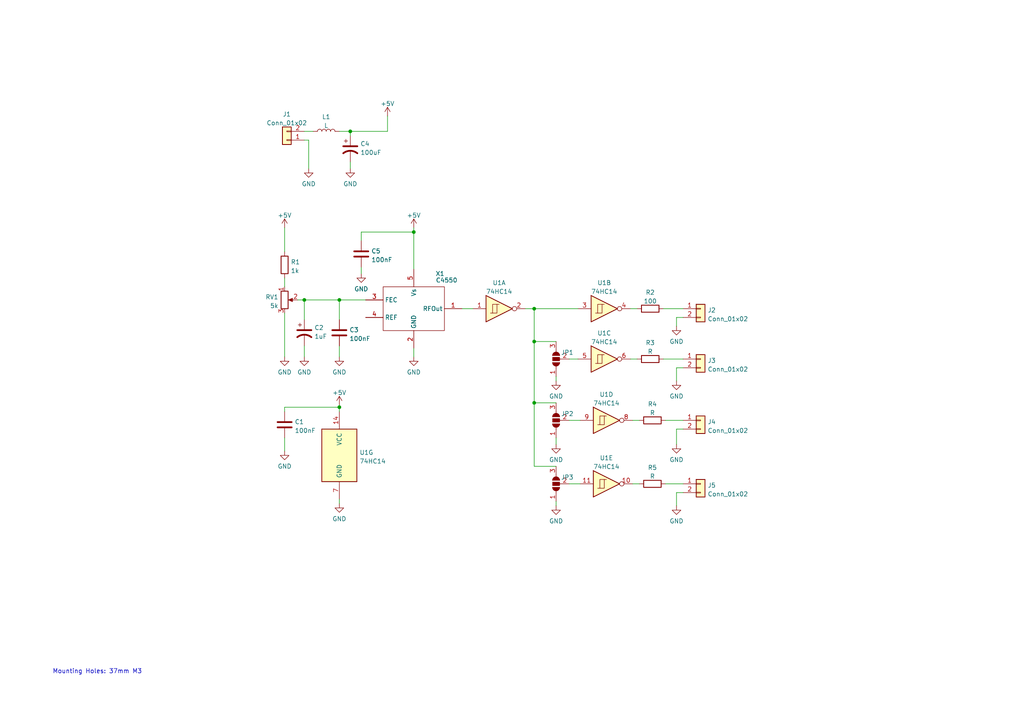
<source format=kicad_sch>
(kicad_sch (version 20211123) (generator eeschema)
  (paper "A4")
  (lib_symbols
    (symbol "74xx:74HC14" (pin_names (offset 1.016))
      (property "Reference" "U" (at 0 1.27 0))
      (property "Value" "74HC14" (at 0 -1.27 0))
      (symbol "74HC14_1_0"
        (polyline (pts (xy -3.81 3.81) (xy -3.81 -3.81) (xy 3.81 0) (xy -3.81 3.81)) (stroke (width 0.254)) (fill (type background)))
        (pin input line (at -7.62 0 0) (length 3.81) (name "~") (number "1"))
        (pin output inverted (at 7.62 0 180) (length 3.81) (name "~") (number "2"))
      )
      (symbol "74HC14_1_1"
        (polyline (pts (xy -1.905 -1.27) (xy -1.905 1.27) (xy -0.635 1.27)))
        (polyline (pts (xy -2.54 -1.27) (xy -0.635 -1.27) (xy -0.635 1.27) (xy 0 1.27)))
      )
      (symbol "74HC14_2_0"
        (polyline (pts (xy -3.81 3.81) (xy -3.81 -3.81) (xy 3.81 0) (xy -3.81 3.81)) (stroke (width 0.254)) (fill (type background)))
        (pin input line (at -7.62 0 0) (length 3.81) (name "~") (number "3"))
        (pin output inverted (at 7.62 0 180) (length 3.81) (name "~") (number "4"))
      )
      (symbol "74HC14_2_1"
        (polyline (pts (xy -1.905 -1.27) (xy -1.905 1.27) (xy -0.635 1.27)))
        (polyline (pts (xy -2.54 -1.27) (xy -0.635 -1.27) (xy -0.635 1.27) (xy 0 1.27)))
      )
      (symbol "74HC14_3_0"
        (polyline (pts (xy -3.81 3.81) (xy -3.81 -3.81) (xy 3.81 0) (xy -3.81 3.81)) (stroke (width 0.254)) (fill (type background)))
        (pin input line (at -7.62 0 0) (length 3.81) (name "~") (number "5"))
        (pin output inverted (at 7.62 0 180) (length 3.81) (name "~") (number "6"))
      )
      (symbol "74HC14_3_1"
        (polyline (pts (xy -1.905 -1.27) (xy -1.905 1.27) (xy -0.635 1.27)))
        (polyline (pts (xy -2.54 -1.27) (xy -0.635 -1.27) (xy -0.635 1.27) (xy 0 1.27)))
      )
      (symbol "74HC14_4_0"
        (polyline (pts (xy -3.81 3.81) (xy -3.81 -3.81) (xy 3.81 0) (xy -3.81 3.81)) (stroke (width 0.254)) (fill (type background)))
        (pin output inverted (at 7.62 0 180) (length 3.81) (name "~") (number "8"))
        (pin input line (at -7.62 0 0) (length 3.81) (name "~") (number "9"))
      )
      (symbol "74HC14_4_1"
        (polyline (pts (xy -1.905 -1.27) (xy -1.905 1.27) (xy -0.635 1.27)))
        (polyline (pts (xy -2.54 -1.27) (xy -0.635 -1.27) (xy -0.635 1.27) (xy 0 1.27)))
      )
      (symbol "74HC14_5_0"
        (polyline (pts (xy -3.81 3.81) (xy -3.81 -3.81) (xy 3.81 0) (xy -3.81 3.81)) (stroke (width 0.254)) (fill (type background)))
        (pin output inverted (at 7.62 0 180) (length 3.81) (name "~") (number "10"))
        (pin input line (at -7.62 0 0) (length 3.81) (name "~") (number "11"))
      )
      (symbol "74HC14_5_1"
        (polyline (pts (xy -1.905 -1.27) (xy -1.905 1.27) (xy -0.635 1.27)))
        (polyline (pts (xy -2.54 -1.27) (xy -0.635 -1.27) (xy -0.635 1.27) (xy 0 1.27)))
      )
      (symbol "74HC14_6_0"
        (polyline (pts (xy -3.81 3.81) (xy -3.81 -3.81) (xy 3.81 0) (xy -3.81 3.81)) (stroke (width 0.254)) (fill (type background)))
        (pin output inverted (at 7.62 0 180) (length 3.81) (name "~") (number "12"))
        (pin input line (at -7.62 0 0) (length 3.81) (name "~") (number "13"))
      )
      (symbol "74HC14_6_1"
        (polyline (pts (xy -1.905 -1.27) (xy -1.905 1.27) (xy -0.635 1.27)))
        (polyline (pts (xy -2.54 -1.27) (xy -0.635 -1.27) (xy -0.635 1.27) (xy 0 1.27)))
      )
      (symbol "74HC14_7_0"
        (pin power_in line (at 0 12.7 270) (length 5.08) (name "VCC") (number "14"))
        (pin power_in line (at 0 -12.7 90) (length 5.08) (name "GND") (number "7"))
      )
      (symbol "74HC14_7_1"
        (rectangle (start -5.08 7.62) (end 5.08 -7.62) (stroke (width 0.254)) (fill (type background)))
      )
    )
    (symbol "C4550:C4550"
      (property "Reference" "X" (at 5.08 11.43 0))
      (property "Value" "C4550" (at 7.62 8.89 0))
      (symbol "C4550_0_1"
        (rectangle (start -8.89 6.35) (end 8.89 -6.35) (stroke (width 0.1524)))
      )
      (symbol "C4550_1_1"
        (pin output line (at 13.97 0 180) (length 5.08) (name "RFOut") (number "1"))
        (pin input line (at 0 -11.43 90) (length 5.08) (name "GND") (number "2"))
        (pin output line (at -13.97 2.54 0) (length 5.08) (name "FEC") (number "3"))
        (pin output line (at -13.97 -2.54 0) (length 5.08) (name "REF") (number "4"))
        (pin output line (at 0 11.43 270) (length 5.08) (name "Vs") (number "5"))
      )
    )
    (symbol "Connector_Generic:Conn_01x02" (pin_names (offset 1.016) hide)
      (property "Reference" "J" (at 0 2.54 0))
      (property "Value" "Conn_01x02" (at 0 -5.08 0))
      (symbol "Conn_01x02_1_1"
        (rectangle (start -1.27 -2.413) (end 0 -2.667) (stroke (width 0.1524)))
        (rectangle (start -1.27 0.127) (end 0 -0.127) (stroke (width 0.1524)))
        (rectangle (start -1.27 1.27) (end 1.27 -3.81) (stroke (width 0.254)) (fill (type background)))
        (pin passive line (at -5.08 0 0) (length 3.81) (name "Pin_1") (number "1"))
        (pin passive line (at -5.08 -2.54 0) (length 3.81) (name "Pin_2") (number "2"))
      )
    )
    (symbol "Device:C" (pin_numbers hide) (pin_names (offset 0.254))
      (property "Reference" "C" (at 0.635 2.54 0))
      (property "Value" "C" (at 0.635 -2.54 0))
      (symbol "C_0_1"
        (polyline (pts (xy -2.032 -0.762) (xy 2.032 -0.762)) (stroke (width 0.508)))
        (polyline (pts (xy -2.032 0.762) (xy 2.032 0.762)) (stroke (width 0.508)))
      )
      (symbol "C_1_1"
        (pin passive line (at 0 3.81 270) (length 2.794) (name "~") (number "1"))
        (pin passive line (at 0 -3.81 90) (length 2.794) (name "~") (number "2"))
      )
    )
    (symbol "Device:C_Polarized_US" (pin_numbers hide) (pin_names (offset 0.254) hide)
      (property "Reference" "C" (at 0.635 2.54 0))
      (property "Value" "C_Polarized_US" (at 0.635 -2.54 0))
      (symbol "C_Polarized_US_0_1"
        (polyline (pts (xy -2.032 0.762) (xy 2.032 0.762)) (stroke (width 0.508)))
        (polyline (pts (xy -1.778 2.286) (xy -0.762 2.286)))
        (polyline (pts (xy -1.27 1.778) (xy -1.27 2.794)))
        (arc (start 2.032 -1.27) (mid 0 -0.5572) (end -2.032 -1.27) (stroke (width 0.508)))
      )
      (symbol "C_Polarized_US_1_1"
        (pin passive line (at 0 3.81 270) (length 2.794) (name "~") (number "1"))
        (pin passive line (at 0 -3.81 90) (length 3.302) (name "~") (number "2"))
      )
    )
    (symbol "Device:L" (pin_numbers hide) (pin_names (offset 1.016) hide)
      (property "Reference" "L" (at -1.27 0 90))
      (property "Value" "L" (at 1.905 0 90))
      (symbol "L_0_1"
        (arc (start 0 -2.54) (mid 0.635 -1.905) (end 0 -1.27))
        (arc (start 0 -1.27) (mid 0.635 -0.635) (end 0 0))
        (arc (start 0 0) (mid 0.635 0.635) (end 0 1.27))
        (arc (start 0 1.27) (mid 0.635 1.905) (end 0 2.54))
      )
      (symbol "L_1_1"
        (pin passive line (at 0 3.81 270) (length 1.27) (name "1") (number "1"))
        (pin passive line (at 0 -3.81 90) (length 1.27) (name "2") (number "2"))
      )
    )
    (symbol "Device:R" (pin_numbers hide) (pin_names (offset 0))
      (property "Reference" "R" (at 2.032 0 90))
      (property "Value" "R" (at 0 0 90))
      (symbol "R_0_1"
        (rectangle (start -1.016 -2.54) (end 1.016 2.54) (stroke (width 0.254)))
      )
      (symbol "R_1_1"
        (pin passive line (at 0 3.81 270) (length 1.27) (name "~") (number "1"))
        (pin passive line (at 0 -3.81 90) (length 1.27) (name "~") (number "2"))
      )
    )
    (symbol "Device:R_Potentiometer" (pin_names (offset 1.016) hide)
      (property "Reference" "RV" (at -4.445 0 90))
      (property "Value" "R_Potentiometer" (at -2.54 0 90))
      (symbol "R_Potentiometer_0_1"
        (polyline (pts (xy 2.54 0) (xy 1.524 0)))
        (polyline (pts (xy 1.143 0) (xy 2.286 0.508) (xy 2.286 -0.508) (xy 1.143 0)) (fill (type outline)))
        (rectangle (start 1.016 2.54) (end -1.016 -2.54) (stroke (width 0.254)))
      )
      (symbol "R_Potentiometer_1_1"
        (pin passive line (at 0 3.81 270) (length 1.27) (name "1") (number "1"))
        (pin passive line (at 3.81 0 180) (length 1.27) (name "2") (number "2"))
        (pin passive line (at 0 -3.81 90) (length 1.27) (name "3") (number "3"))
      )
    )
    (symbol "Jumper:SolderJumper_3_Open" (pin_names (offset 0) hide)
      (property "Reference" "JP" (at -2.54 -2.54 0))
      (property "Value" "SolderJumper_3_Open" (at 0 2.794 0))
      (symbol "SolderJumper_3_Open_0_1"
        (arc (start -1.016 1.016) (mid -2.032 0) (end -1.016 -1.016))
        (arc (start -1.016 1.016) (mid -2.032 0) (end -1.016 -1.016) (fill (type outline)))
        (rectangle (start -0.508 1.016) (end 0.508 -1.016) (fill (type outline)))
        (polyline (pts (xy -2.54 0) (xy -2.032 0)))
        (polyline (pts (xy -1.016 1.016) (xy -1.016 -1.016)))
        (polyline (pts (xy 0 -1.27) (xy 0 -1.016)))
        (polyline (pts (xy 1.016 1.016) (xy 1.016 -1.016)))
        (polyline (pts (xy 2.54 0) (xy 2.032 0)))
        (arc (start 1.016 -1.016) (mid 2.032 0) (end 1.016 1.016))
        (arc (start 1.016 -1.016) (mid 2.032 0) (end 1.016 1.016) (fill (type outline)))
      )
      (symbol "SolderJumper_3_Open_1_1"
        (pin passive line (at -5.08 0 0) (length 2.54) (name "A") (number "1"))
        (pin passive line (at 0 -3.81 90) (length 2.54) (name "C") (number "2"))
        (pin passive line (at 5.08 0 180) (length 2.54) (name "B") (number "3"))
      )
    )
    (symbol "power:+5V" (power) (pin_names (offset 0))
      (property "Value" "+5V" (at 0 3.556 0))
      (symbol "+5V_0_1"
        (polyline (pts (xy -0.762 1.27) (xy 0 2.54)))
        (polyline (pts (xy 0 0) (xy 0 2.54)))
        (polyline (pts (xy 0 2.54) (xy 0.762 1.27)))
      )
      (symbol "+5V_1_1"
        (pin power_in line (at 0 0 90) (length 0) hide (name "+5V") (number "1"))
      )
    )
    (symbol "power:GND" (power) (pin_names (offset 0))
      (property "Value" "GND" (at 0 -3.81 0))
      (symbol "GND_0_1"
        (polyline (pts (xy 0 0) (xy 0 -1.27) (xy 1.27 -1.27) (xy 0 -2.54) (xy -1.27 -1.27) (xy 0 -1.27)))
      )
      (symbol "GND_1_1"
        (pin power_in line (at 0 0 270) (length 0) hide (name "GND") (number "1"))
      )
    )
  )
  (junction (at 154.94 99.06))
  (junction (at 154.94 89.535))
  (junction (at 88.265 86.995))
  (junction (at 154.94 116.84))
  (junction (at 120.015 67.31))
  (junction (at 101.6 38.1))
  (junction (at 98.425 86.995))
  (junction (at 98.425 118.11))
  (wire (pts (xy 154.94 99.06) (xy 154.94 116.84)))
  (wire (pts (xy 198.12 92.075) (xy 196.215 92.075)))
  (wire (pts (xy 165.1 104.14) (xy 167.64 104.14)))
  (wire (pts (xy 98.425 100.33) (xy 98.425 103.505)))
  (wire (pts (xy 154.94 89.535) (xy 167.64 89.535)))
  (wire (pts (xy 101.6 38.1) (xy 112.395 38.1)))
  (wire (pts (xy 98.425 117.475) (xy 98.425 118.11)))
  (wire (pts (xy 192.405 89.535) (xy 198.12 89.535)))
  (wire (pts (xy 165.1 140.335) (xy 168.275 140.335)))
  (wire (pts (xy 120.015 100.965) (xy 120.015 103.505)))
  (wire (pts (xy 120.015 67.31) (xy 120.015 78.105)))
  (wire (pts (xy 89.535 40.64) (xy 89.535 48.895)))
  (wire (pts (xy 154.94 116.84) (xy 161.29 116.84)))
  (wire (pts (xy 196.215 110.49) (xy 196.215 106.68)))
  (wire (pts (xy 88.265 40.64) (xy 89.535 40.64)))
  (wire (pts (xy 182.88 104.14) (xy 184.785 104.14)))
  (wire (pts (xy 86.36 86.995) (xy 88.265 86.995)))
  (wire (pts (xy 120.015 66.04) (xy 120.015 67.31)))
  (wire (pts (xy 98.425 86.995) (xy 106.045 86.995)))
  (wire (pts (xy 196.215 124.46) (xy 198.12 124.46)))
  (wire (pts (xy 104.775 67.31) (xy 120.015 67.31)))
  (wire (pts (xy 154.94 135.255) (xy 161.29 135.255)))
  (wire (pts (xy 165.1 121.92) (xy 168.275 121.92)))
  (wire (pts (xy 82.55 66.04) (xy 82.55 73.025)))
  (wire (pts (xy 88.265 38.1) (xy 90.805 38.1)))
  (wire (pts (xy 161.29 145.415) (xy 161.29 146.685)))
  (wire (pts (xy 88.265 86.995) (xy 88.265 92.71)))
  (wire (pts (xy 192.405 104.14) (xy 198.12 104.14)))
  (wire (pts (xy 101.6 38.1) (xy 101.6 39.37)))
  (wire (pts (xy 154.94 99.06) (xy 161.29 99.06)))
  (wire (pts (xy 196.215 92.075) (xy 196.215 94.615)))
  (wire (pts (xy 98.425 118.11) (xy 98.425 119.38)))
  (wire (pts (xy 152.4 89.535) (xy 154.94 89.535)))
  (wire (pts (xy 154.94 116.84) (xy 154.94 135.255)))
  (wire (pts (xy 98.425 86.995) (xy 98.425 92.71)))
  (wire (pts (xy 193.04 121.92) (xy 198.12 121.92)))
  (wire (pts (xy 82.55 118.11) (xy 82.55 119.38)))
  (wire (pts (xy 196.215 106.68) (xy 198.12 106.68)))
  (wire (pts (xy 182.88 89.535) (xy 184.785 89.535)))
  (wire (pts (xy 196.215 128.905) (xy 196.215 124.46)))
  (wire (pts (xy 101.6 46.99) (xy 101.6 48.895)))
  (wire (pts (xy 88.265 86.995) (xy 98.425 86.995)))
  (wire (pts (xy 196.215 146.685) (xy 196.215 142.875)))
  (wire (pts (xy 82.55 80.645) (xy 82.55 83.185)))
  (wire (pts (xy 98.425 144.78) (xy 98.425 146.05)))
  (wire (pts (xy 154.94 89.535) (xy 154.94 99.06)))
  (wire (pts (xy 88.265 100.33) (xy 88.265 103.505)))
  (wire (pts (xy 104.775 69.85) (xy 104.775 67.31)))
  (wire (pts (xy 82.55 127) (xy 82.55 130.81)))
  (wire (pts (xy 98.425 38.1) (xy 101.6 38.1)))
  (wire (pts (xy 161.29 109.22) (xy 161.29 110.49)))
  (wire (pts (xy 183.515 121.92) (xy 185.42 121.92)))
  (wire (pts (xy 98.425 118.11) (xy 82.55 118.11)))
  (wire (pts (xy 183.515 140.335) (xy 185.42 140.335)))
  (wire (pts (xy 196.215 142.875) (xy 198.12 142.875)))
  (wire (pts (xy 112.395 33.655) (xy 112.395 38.1)))
  (wire (pts (xy 133.985 89.535) (xy 137.16 89.535)))
  (wire (pts (xy 82.55 90.805) (xy 82.55 103.505)))
  (wire (pts (xy 161.29 127) (xy 161.29 128.905)))
  (wire (pts (xy 104.775 77.47) (xy 104.775 79.375)))
  (wire (pts (xy 193.04 140.335) (xy 198.12 140.335)))
  (text "Mounting Holes: 37mm M3" (at 15.24 195.58 0) (effects (font (size 1.27 1.27)) (justify left bottom)))
  (symbol (lib_id "power:GND") (at 161.29 128.905 0) (unit 1)
    (property "Reference" "#PWR015" (effects hide))
    (property "Value" "GND" (at 161.29 133.3484 0))
  )
  (symbol (lib_id "power:GND") (at 120.015 103.505 0) (unit 1)
    (property "Reference" "#PWR013" (effects hide))
    (property "Value" "GND" (at 120.015 107.9484 0))
  )
  (symbol (lib_id "power:+5V") (at 120.015 66.04 0) (unit 1)
    (property "Reference" "#PWR012" (effects hide))
    (property "Value" "+5V" (at 120.015 62.4642 0))
  )
  (symbol (lib_id "power:GND") (at 101.6 48.895 0) (unit 1)
    (property "Reference" "#PWR09" (effects hide))
    (property "Value" "GND" (at 101.6 53.3384 0))
  )
  (symbol (lib_id "power:GND") (at 196.215 128.905 0) (unit 1)
    (property "Reference" "#PWR019" (effects hide))
    (property "Value" "GND" (at 196.215 133.3484 0))
  )
  (symbol (lib_id "74xx:74HC14") (at 175.895 121.92 0) (unit 4)
    (property "Reference" "U1" (at 175.895 114.4102 0))
    (property "Value" "74HC14" (at 175.895 116.9471 0))
    (property "Footprint" "Package_DIP:DIP-14_W7.62mm_LongPads" (effects hide))
    (property "Datasheet" "http://www.ti.com/lit/gpn/sn74HC14" (effects hide))
  )
  (symbol (lib_id "power:GND") (at 82.55 130.81 0) (unit 1)
    (property "Reference" "#PWR03" (effects hide))
    (property "Value" "GND" (at 82.55 135.2534 0))
  )
  (symbol (lib_id "power:GND") (at 88.265 103.505 0) (unit 1)
    (property "Reference" "#PWR04" (effects hide))
    (property "Value" "GND" (at 88.265 107.9484 0))
  )
  (symbol (lib_id "Jumper:SolderJumper_3_Open") (at 161.29 121.92 90) (unit 1)
    (property "Reference" "JP2" (at 166.37 120.015 90) (effects (justify left)))
    (property "Value" "SolderJumper_3_Open" (effects hide))
    (property "Footprint" "Jumper:SolderJumper-3_P1.3mm_Open_RoundedPad1.0x1.5mm" (effects hide))
  )
  (symbol (lib_id "74xx:74HC14") (at 98.425 132.08 0) (unit 7)
    (property "Reference" "U1" (at 104.267 131.2453 0) (effects (justify left)))
    (property "Value" "74HC14" (at 104.267 133.7822 0) (effects (justify left)))
    (property "Footprint" "Package_DIP:DIP-14_W7.62mm_LongPads" (effects hide))
    (property "Datasheet" "http://www.ti.com/lit/gpn/sn74HC14" (effects hide))
  )
  (symbol (lib_id "Device:C") (at 82.55 123.19 0) (unit 1)
    (property "Reference" "C1" (at 85.471 122.3553 0) (effects (justify left)))
    (property "Value" "100nF" (at 85.471 124.8922 0) (effects (justify left)))
    (property "Footprint" "Capacitor_THT:C_Disc_D5.0mm_W2.5mm_P2.50mm" (effects hide))
  )
  (symbol (lib_id "C4550:C4550") (at 120.015 89.535 0) (unit 1)
    (property "Reference" "X1" (at 127.635 79.375 0))
    (property "Value" "C4550" (at 129.54 81.28 0))
  )
  (symbol (lib_id "Device:R") (at 189.23 121.92 90) (unit 1)
    (property "Reference" "R4" (at 189.23 117.2042 90))
    (property "Value" "R" (at 189.23 119.7411 90))
    (property "Footprint" "Resistor_THT:R_Axial_DIN0204_L3.6mm_D1.6mm_P7.62mm_Horizontal" (effects hide))
  )
  (symbol (lib_id "power:GND") (at 82.55 103.505 0) (unit 1)
    (property "Reference" "#PWR02" (effects hide))
    (property "Value" "GND" (at 82.55 107.9484 0))
  )
  (symbol (lib_id "Device:C") (at 98.425 96.52 0) (unit 1)
    (property "Reference" "C3" (at 101.346 95.6853 0) (effects (justify left)))
    (property "Value" "100nF" (at 101.346 98.2222 0) (effects (justify left)))
    (property "Footprint" "Capacitor_THT:C_Disc_D5.0mm_W2.5mm_P2.50mm" (effects hide))
  )
  (symbol (lib_id "power:GND") (at 196.215 110.49 0) (unit 1)
    (property "Reference" "#PWR018" (effects hide))
    (property "Value" "GND" (at 196.215 114.9334 0))
  )
  (symbol (lib_id "Device:C") (at 104.775 73.66 0) (unit 1)
    (property "Reference" "C5" (at 107.696 72.8253 0) (effects (justify left)))
    (property "Value" "100nF" (at 107.696 75.3622 0) (effects (justify left)))
    (property "Footprint" "Capacitor_THT:C_Disc_D5.0mm_W2.5mm_P2.50mm" (effects hide))
  )
  (symbol (lib_id "Device:C_Polarized_US") (at 101.6 43.18 0) (unit 1)
    (property "Reference" "C4" (at 104.521 41.7103 0) (effects (justify left)))
    (property "Value" "100uF" (at 104.521 44.2472 0) (effects (justify left)))
    (property "Footprint" "Capacitor_THT:CP_Radial_D8.0mm_P3.80mm" (effects hide))
  )
  (symbol (lib_id "power:GND") (at 196.215 94.615 0) (unit 1)
    (property "Reference" "#PWR017" (effects hide))
    (property "Value" "GND" (at 196.215 99.0584 0))
  )
  (symbol (lib_id "74xx:74HC14") (at 144.78 89.535 0) (unit 1)
    (property "Reference" "U1" (at 144.78 82.0252 0))
    (property "Value" "74HC14" (at 144.78 84.5621 0))
    (property "Footprint" "Package_DIP:DIP-14_W7.62mm_LongPads" (effects hide))
    (property "Datasheet" "http://www.ti.com/lit/gpn/sn74HC14" (effects hide))
  )
  (symbol (lib_id "74xx:74HC14") (at 175.26 104.14 0) (unit 3)
    (property "Reference" "U1" (at 175.26 96.6302 0))
    (property "Value" "74HC14" (at 175.26 99.1671 0))
    (property "Footprint" "Package_DIP:DIP-14_W7.62mm_LongPads" (effects hide))
    (property "Datasheet" "http://www.ti.com/lit/gpn/sn74HC14" (effects hide))
  )
  (symbol (lib_id "power:GND") (at 89.535 48.895 0) (unit 1)
    (property "Reference" "#PWR05" (effects hide))
    (property "Value" "GND" (at 89.535 53.3384 0))
  )
  (symbol (lib_id "Device:R_Potentiometer") (at 82.55 86.995 0) (unit 1)
    (property "Reference" "RV1" (at 80.7721 86.1603 0) (effects (justify right)))
    (property "Value" "5k" (at 80.7721 88.6972 0) (effects (justify right)))
    (property "Footprint" "Potentiometer_THT:Potentiometer_Bourns_3006P_Horizontal" (effects hide))
  )
  (symbol (lib_id "74xx:74HC14") (at 175.26 89.535 0) (unit 2)
    (property "Reference" "U1" (at 175.26 82.0252 0))
    (property "Value" "74HC14" (at 175.26 84.5621 0))
    (property "Footprint" "Package_DIP:DIP-14_W7.62mm_LongPads" (effects hide))
    (property "Datasheet" "http://www.ti.com/lit/gpn/sn74HC14" (effects hide))
  )
  (symbol (lib_id "power:GND") (at 104.775 79.375 0) (unit 1)
    (property "Reference" "#PWR010" (effects hide))
    (property "Value" "GND" (at 104.775 83.8184 0))
  )
  (symbol (lib_id "power:+5V") (at 82.55 66.04 0) (unit 1)
    (property "Reference" "#PWR01" (effects hide))
    (property "Value" "+5V" (at 82.55 62.4642 0))
  )
  (symbol (lib_id "power:GND") (at 196.215 146.685 0) (unit 1)
    (property "Reference" "#PWR020" (effects hide))
    (property "Value" "GND" (at 196.215 151.1284 0))
  )
  (symbol (lib_id "Jumper:SolderJumper_3_Open") (at 161.29 104.14 90) (unit 1)
    (property "Reference" "JP1" (at 166.37 102.235 90) (effects (justify left)))
    (property "Value" "SolderJumper_3_Open" (effects hide))
    (property "Footprint" "Jumper:SolderJumper-3_P1.3mm_Open_RoundedPad1.0x1.5mm" (effects hide))
  )
  (symbol (lib_id "Connector_Generic:Conn_01x02") (at 203.2 140.335 0) (unit 1)
    (property "Reference" "J5" (at 205.232 140.7703 0) (effects (justify left)))
    (property "Value" "Conn_01x02" (at 205.232 143.3072 0) (effects (justify left)))
    (property "Footprint" "Connector_PinHeader_2.54mm:PinHeader_1x02_P2.54mm_Vertical" (effects hide))
  )
  (symbol (lib_id "Jumper:SolderJumper_3_Open") (at 161.29 140.335 90) (unit 1)
    (property "Reference" "JP3" (at 166.37 138.43 90) (effects (justify left)))
    (property "Value" "SolderJumper_3_Open" (effects hide))
    (property "Footprint" "Jumper:SolderJumper-3_P1.3mm_Open_RoundedPad1.0x1.5mm" (effects hide))
  )
  (symbol (lib_id "power:GND") (at 98.425 103.505 0) (unit 1)
    (property "Reference" "#PWR06" (effects hide))
    (property "Value" "GND" (at 98.425 107.9484 0))
  )
  (symbol (lib_id "Device:C_Polarized_US") (at 88.265 96.52 0) (unit 1)
    (property "Reference" "C2" (at 91.186 95.0503 0) (effects (justify left)))
    (property "Value" "1uF" (at 91.186 97.5872 0) (effects (justify left)))
    (property "Footprint" "Capacitor_THT:CP_Radial_D6.3mm_P2.50mm" (effects hide))
  )
  (symbol (lib_id "power:GND") (at 161.29 110.49 0) (unit 1)
    (property "Reference" "#PWR014" (effects hide))
    (property "Value" "GND" (at 161.29 114.9334 0))
  )
  (symbol (lib_id "Device:R") (at 189.23 140.335 90) (unit 1)
    (property "Reference" "R5" (at 189.23 135.6192 90))
    (property "Value" "R" (at 189.23 138.1561 90))
    (property "Footprint" "Resistor_THT:R_Axial_DIN0204_L3.6mm_D1.6mm_P7.62mm_Horizontal" (effects hide))
  )
  (symbol (lib_id "power:+5V") (at 98.425 117.475 0) (unit 1)
    (property "Reference" "#PWR07" (effects hide))
    (property "Value" "+5V" (at 98.425 113.8992 0))
  )
  (symbol (lib_id "Device:R") (at 188.595 104.14 90) (unit 1)
    (property "Reference" "R3" (at 188.595 99.4242 90))
    (property "Value" "R" (at 188.595 101.9611 90))
    (property "Footprint" "Resistor_THT:R_Axial_DIN0204_L3.6mm_D1.6mm_P7.62mm_Horizontal" (effects hide))
  )
  (symbol (lib_id "power:GND") (at 98.425 146.05 0) (unit 1)
    (property "Reference" "#PWR08" (effects hide))
    (property "Value" "GND" (at 98.425 150.4934 0))
  )
  (symbol (lib_id "Device:R") (at 82.55 76.835 0) (unit 1)
    (property "Reference" "R1" (at 84.328 76.0003 0) (effects (justify left)))
    (property "Value" "1k" (at 84.328 78.5372 0) (effects (justify left)))
    (property "Footprint" "Resistor_THT:R_Axial_DIN0204_L3.6mm_D1.6mm_P7.62mm_Horizontal" (effects hide))
  )
  (symbol (lib_id "Connector_Generic:Conn_01x02") (at 203.2 121.92 0) (unit 1)
    (property "Reference" "J4" (at 205.232 122.3553 0) (effects (justify left)))
    (property "Value" "Conn_01x02" (at 205.232 124.8922 0) (effects (justify left)))
    (property "Footprint" "Connector_PinHeader_2.54mm:PinHeader_1x02_P2.54mm_Vertical" (effects hide))
  )
  (symbol (lib_id "74xx:74HC14") (at 175.895 140.335 0) (unit 5)
    (property "Reference" "U1" (at 175.895 132.8252 0))
    (property "Value" "74HC14" (at 175.895 135.3621 0))
    (property "Footprint" "Package_DIP:DIP-14_W7.62mm_LongPads" (effects hide))
    (property "Datasheet" "http://www.ti.com/lit/gpn/sn74HC14" (effects hide))
  )
  (symbol (lib_id "Device:R") (at 188.595 89.535 90) (unit 1)
    (property "Reference" "R2" (at 188.595 84.8192 90))
    (property "Value" "100" (at 188.595 87.3561 90))
    (property "Footprint" "Resistor_THT:R_Axial_DIN0204_L3.6mm_D1.6mm_P7.62mm_Horizontal" (effects hide))
  )
  (symbol (lib_id "Connector_Generic:Conn_01x02") (at 83.185 40.64 180) (unit 1)
    (property "Reference" "J1" (at 83.185 33.1302 0))
    (property "Value" "Conn_01x02" (at 83.185 35.6671 0))
    (property "Footprint" "Connector_PinHeader_2.54mm:PinHeader_1x02_P2.54mm_Vertical" (effects hide))
  )
  (symbol (lib_id "Connector_Generic:Conn_01x02") (at 203.2 89.535 0) (unit 1)
    (property "Reference" "J2" (at 205.232 89.9703 0) (effects (justify left)))
    (property "Value" "Conn_01x02" (at 205.232 92.5072 0) (effects (justify left)))
    (property "Footprint" "Connector_PinHeader_2.54mm:PinHeader_1x02_P2.54mm_Vertical" (effects hide))
  )
  (symbol (lib_id "Device:L") (at 94.615 38.1 90) (unit 1)
    (property "Reference" "L1" (at 94.615 33.8922 90))
    (property "Value" "L" (at 94.615 36.4291 90))
    (property "Footprint" "Inductor_THT:L_Axial_L5.0mm_D3.6mm_P10.00mm_Horizontal_Murata_BL01RN1A2A2" (effects hide))
  )
  (symbol (lib_id "power:+5V") (at 112.395 33.655 0) (unit 1)
    (property "Reference" "#PWR011" (effects hide))
    (property "Value" "+5V" (at 112.395 30.0792 0))
  )
  (symbol (lib_id "power:GND") (at 161.29 146.685 0) (unit 1)
    (property "Reference" "#PWR016" (effects hide))
    (property "Value" "GND" (at 161.29 151.1284 0))
  )
  (symbol (lib_id "Connector_Generic:Conn_01x02") (at 203.2 104.14 0) (unit 1)
    (property "Reference" "J3" (at 205.232 104.5753 0) (effects (justify left)))
    (property "Value" "Conn_01x02" (at 205.232 107.1122 0) (effects (justify left)))
    (property "Footprint" "Connector_PinHeader_2.54mm:PinHeader_1x02_P2.54mm_Vertical" (effects hide))
  )
)
</source>
